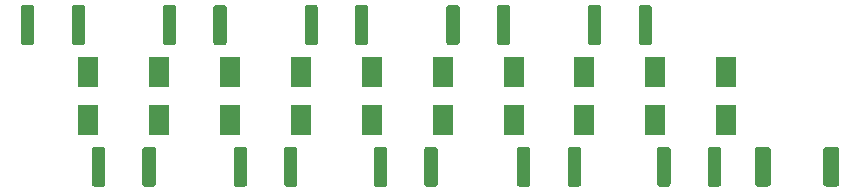
<source format=gbp>
G04 #@! TF.GenerationSoftware,KiCad,Pcbnew,5.0.1*
G04 #@! TF.CreationDate,2019-01-23T19:28:01+01:00*
G04 #@! TF.ProjectId,Statikplatte,53746174696B706C617474652E6B6963,rev?*
G04 #@! TF.SameCoordinates,Original*
G04 #@! TF.FileFunction,Paste,Bot*
G04 #@! TF.FilePolarity,Positive*
%FSLAX46Y46*%
G04 Gerber Fmt 4.6, Leading zero omitted, Abs format (unit mm)*
G04 Created by KiCad (PCBNEW 5.0.1) date Mi 23 Jan 2019 19:28:01 CET*
%MOMM*%
%LPD*%
G01*
G04 APERTURE LIST*
%ADD10C,0.100000*%
%ADD11C,1.125000*%
%ADD12R,1.700000X2.500000*%
%ADD13C,1.350000*%
G04 APERTURE END LIST*
D10*
G04 #@! TO.C,C2*
G36*
X124199505Y-104301204D02*
X124223773Y-104304804D01*
X124247572Y-104310765D01*
X124270671Y-104319030D01*
X124292850Y-104329520D01*
X124313893Y-104342132D01*
X124333599Y-104356747D01*
X124351777Y-104373223D01*
X124368253Y-104391401D01*
X124382868Y-104411107D01*
X124395480Y-104432150D01*
X124405970Y-104454329D01*
X124414235Y-104477428D01*
X124420196Y-104501227D01*
X124423796Y-104525495D01*
X124425000Y-104549999D01*
X124425000Y-107450001D01*
X124423796Y-107474505D01*
X124420196Y-107498773D01*
X124414235Y-107522572D01*
X124405970Y-107545671D01*
X124395480Y-107567850D01*
X124382868Y-107588893D01*
X124368253Y-107608599D01*
X124351777Y-107626777D01*
X124333599Y-107643253D01*
X124313893Y-107657868D01*
X124292850Y-107670480D01*
X124270671Y-107680970D01*
X124247572Y-107689235D01*
X124223773Y-107695196D01*
X124199505Y-107698796D01*
X124175001Y-107700000D01*
X123549999Y-107700000D01*
X123525495Y-107698796D01*
X123501227Y-107695196D01*
X123477428Y-107689235D01*
X123454329Y-107680970D01*
X123432150Y-107670480D01*
X123411107Y-107657868D01*
X123391401Y-107643253D01*
X123373223Y-107626777D01*
X123356747Y-107608599D01*
X123342132Y-107588893D01*
X123329520Y-107567850D01*
X123319030Y-107545671D01*
X123310765Y-107522572D01*
X123304804Y-107498773D01*
X123301204Y-107474505D01*
X123300000Y-107450001D01*
X123300000Y-104549999D01*
X123301204Y-104525495D01*
X123304804Y-104501227D01*
X123310765Y-104477428D01*
X123319030Y-104454329D01*
X123329520Y-104432150D01*
X123342132Y-104411107D01*
X123356747Y-104391401D01*
X123373223Y-104373223D01*
X123391401Y-104356747D01*
X123411107Y-104342132D01*
X123432150Y-104329520D01*
X123454329Y-104319030D01*
X123477428Y-104310765D01*
X123501227Y-104304804D01*
X123525495Y-104301204D01*
X123549999Y-104300000D01*
X124175001Y-104300000D01*
X124199505Y-104301204D01*
X124199505Y-104301204D01*
G37*
D11*
X123862500Y-106000000D03*
D10*
G36*
X128474505Y-104301204D02*
X128498773Y-104304804D01*
X128522572Y-104310765D01*
X128545671Y-104319030D01*
X128567850Y-104329520D01*
X128588893Y-104342132D01*
X128608599Y-104356747D01*
X128626777Y-104373223D01*
X128643253Y-104391401D01*
X128657868Y-104411107D01*
X128670480Y-104432150D01*
X128680970Y-104454329D01*
X128689235Y-104477428D01*
X128695196Y-104501227D01*
X128698796Y-104525495D01*
X128700000Y-104549999D01*
X128700000Y-107450001D01*
X128698796Y-107474505D01*
X128695196Y-107498773D01*
X128689235Y-107522572D01*
X128680970Y-107545671D01*
X128670480Y-107567850D01*
X128657868Y-107588893D01*
X128643253Y-107608599D01*
X128626777Y-107626777D01*
X128608599Y-107643253D01*
X128588893Y-107657868D01*
X128567850Y-107670480D01*
X128545671Y-107680970D01*
X128522572Y-107689235D01*
X128498773Y-107695196D01*
X128474505Y-107698796D01*
X128450001Y-107700000D01*
X127824999Y-107700000D01*
X127800495Y-107698796D01*
X127776227Y-107695196D01*
X127752428Y-107689235D01*
X127729329Y-107680970D01*
X127707150Y-107670480D01*
X127686107Y-107657868D01*
X127666401Y-107643253D01*
X127648223Y-107626777D01*
X127631747Y-107608599D01*
X127617132Y-107588893D01*
X127604520Y-107567850D01*
X127594030Y-107545671D01*
X127585765Y-107522572D01*
X127579804Y-107498773D01*
X127576204Y-107474505D01*
X127575000Y-107450001D01*
X127575000Y-104549999D01*
X127576204Y-104525495D01*
X127579804Y-104501227D01*
X127585765Y-104477428D01*
X127594030Y-104454329D01*
X127604520Y-104432150D01*
X127617132Y-104411107D01*
X127631747Y-104391401D01*
X127648223Y-104373223D01*
X127666401Y-104356747D01*
X127686107Y-104342132D01*
X127707150Y-104329520D01*
X127729329Y-104319030D01*
X127752428Y-104310765D01*
X127776227Y-104304804D01*
X127800495Y-104301204D01*
X127824999Y-104300000D01*
X128450001Y-104300000D01*
X128474505Y-104301204D01*
X128474505Y-104301204D01*
G37*
D11*
X128137500Y-106000000D03*
G04 #@! TD*
D10*
G04 #@! TO.C,C3*
G36*
X130199505Y-92301204D02*
X130223773Y-92304804D01*
X130247572Y-92310765D01*
X130270671Y-92319030D01*
X130292850Y-92329520D01*
X130313893Y-92342132D01*
X130333599Y-92356747D01*
X130351777Y-92373223D01*
X130368253Y-92391401D01*
X130382868Y-92411107D01*
X130395480Y-92432150D01*
X130405970Y-92454329D01*
X130414235Y-92477428D01*
X130420196Y-92501227D01*
X130423796Y-92525495D01*
X130425000Y-92549999D01*
X130425000Y-95450001D01*
X130423796Y-95474505D01*
X130420196Y-95498773D01*
X130414235Y-95522572D01*
X130405970Y-95545671D01*
X130395480Y-95567850D01*
X130382868Y-95588893D01*
X130368253Y-95608599D01*
X130351777Y-95626777D01*
X130333599Y-95643253D01*
X130313893Y-95657868D01*
X130292850Y-95670480D01*
X130270671Y-95680970D01*
X130247572Y-95689235D01*
X130223773Y-95695196D01*
X130199505Y-95698796D01*
X130175001Y-95700000D01*
X129549999Y-95700000D01*
X129525495Y-95698796D01*
X129501227Y-95695196D01*
X129477428Y-95689235D01*
X129454329Y-95680970D01*
X129432150Y-95670480D01*
X129411107Y-95657868D01*
X129391401Y-95643253D01*
X129373223Y-95626777D01*
X129356747Y-95608599D01*
X129342132Y-95588893D01*
X129329520Y-95567850D01*
X129319030Y-95545671D01*
X129310765Y-95522572D01*
X129304804Y-95498773D01*
X129301204Y-95474505D01*
X129300000Y-95450001D01*
X129300000Y-92549999D01*
X129301204Y-92525495D01*
X129304804Y-92501227D01*
X129310765Y-92477428D01*
X129319030Y-92454329D01*
X129329520Y-92432150D01*
X129342132Y-92411107D01*
X129356747Y-92391401D01*
X129373223Y-92373223D01*
X129391401Y-92356747D01*
X129411107Y-92342132D01*
X129432150Y-92329520D01*
X129454329Y-92319030D01*
X129477428Y-92310765D01*
X129501227Y-92304804D01*
X129525495Y-92301204D01*
X129549999Y-92300000D01*
X130175001Y-92300000D01*
X130199505Y-92301204D01*
X130199505Y-92301204D01*
G37*
D11*
X129862500Y-94000000D03*
D10*
G36*
X134474505Y-92301204D02*
X134498773Y-92304804D01*
X134522572Y-92310765D01*
X134545671Y-92319030D01*
X134567850Y-92329520D01*
X134588893Y-92342132D01*
X134608599Y-92356747D01*
X134626777Y-92373223D01*
X134643253Y-92391401D01*
X134657868Y-92411107D01*
X134670480Y-92432150D01*
X134680970Y-92454329D01*
X134689235Y-92477428D01*
X134695196Y-92501227D01*
X134698796Y-92525495D01*
X134700000Y-92549999D01*
X134700000Y-95450001D01*
X134698796Y-95474505D01*
X134695196Y-95498773D01*
X134689235Y-95522572D01*
X134680970Y-95545671D01*
X134670480Y-95567850D01*
X134657868Y-95588893D01*
X134643253Y-95608599D01*
X134626777Y-95626777D01*
X134608599Y-95643253D01*
X134588893Y-95657868D01*
X134567850Y-95670480D01*
X134545671Y-95680970D01*
X134522572Y-95689235D01*
X134498773Y-95695196D01*
X134474505Y-95698796D01*
X134450001Y-95700000D01*
X133824999Y-95700000D01*
X133800495Y-95698796D01*
X133776227Y-95695196D01*
X133752428Y-95689235D01*
X133729329Y-95680970D01*
X133707150Y-95670480D01*
X133686107Y-95657868D01*
X133666401Y-95643253D01*
X133648223Y-95626777D01*
X133631747Y-95608599D01*
X133617132Y-95588893D01*
X133604520Y-95567850D01*
X133594030Y-95545671D01*
X133585765Y-95522572D01*
X133579804Y-95498773D01*
X133576204Y-95474505D01*
X133575000Y-95450001D01*
X133575000Y-92549999D01*
X133576204Y-92525495D01*
X133579804Y-92501227D01*
X133585765Y-92477428D01*
X133594030Y-92454329D01*
X133604520Y-92432150D01*
X133617132Y-92411107D01*
X133631747Y-92391401D01*
X133648223Y-92373223D01*
X133666401Y-92356747D01*
X133686107Y-92342132D01*
X133707150Y-92329520D01*
X133729329Y-92319030D01*
X133752428Y-92310765D01*
X133776227Y-92304804D01*
X133800495Y-92301204D01*
X133824999Y-92300000D01*
X134450001Y-92300000D01*
X134474505Y-92301204D01*
X134474505Y-92301204D01*
G37*
D11*
X134137500Y-94000000D03*
G04 #@! TD*
D10*
G04 #@! TO.C,C4*
G36*
X136199505Y-104301204D02*
X136223773Y-104304804D01*
X136247572Y-104310765D01*
X136270671Y-104319030D01*
X136292850Y-104329520D01*
X136313893Y-104342132D01*
X136333599Y-104356747D01*
X136351777Y-104373223D01*
X136368253Y-104391401D01*
X136382868Y-104411107D01*
X136395480Y-104432150D01*
X136405970Y-104454329D01*
X136414235Y-104477428D01*
X136420196Y-104501227D01*
X136423796Y-104525495D01*
X136425000Y-104549999D01*
X136425000Y-107450001D01*
X136423796Y-107474505D01*
X136420196Y-107498773D01*
X136414235Y-107522572D01*
X136405970Y-107545671D01*
X136395480Y-107567850D01*
X136382868Y-107588893D01*
X136368253Y-107608599D01*
X136351777Y-107626777D01*
X136333599Y-107643253D01*
X136313893Y-107657868D01*
X136292850Y-107670480D01*
X136270671Y-107680970D01*
X136247572Y-107689235D01*
X136223773Y-107695196D01*
X136199505Y-107698796D01*
X136175001Y-107700000D01*
X135549999Y-107700000D01*
X135525495Y-107698796D01*
X135501227Y-107695196D01*
X135477428Y-107689235D01*
X135454329Y-107680970D01*
X135432150Y-107670480D01*
X135411107Y-107657868D01*
X135391401Y-107643253D01*
X135373223Y-107626777D01*
X135356747Y-107608599D01*
X135342132Y-107588893D01*
X135329520Y-107567850D01*
X135319030Y-107545671D01*
X135310765Y-107522572D01*
X135304804Y-107498773D01*
X135301204Y-107474505D01*
X135300000Y-107450001D01*
X135300000Y-104549999D01*
X135301204Y-104525495D01*
X135304804Y-104501227D01*
X135310765Y-104477428D01*
X135319030Y-104454329D01*
X135329520Y-104432150D01*
X135342132Y-104411107D01*
X135356747Y-104391401D01*
X135373223Y-104373223D01*
X135391401Y-104356747D01*
X135411107Y-104342132D01*
X135432150Y-104329520D01*
X135454329Y-104319030D01*
X135477428Y-104310765D01*
X135501227Y-104304804D01*
X135525495Y-104301204D01*
X135549999Y-104300000D01*
X136175001Y-104300000D01*
X136199505Y-104301204D01*
X136199505Y-104301204D01*
G37*
D11*
X135862500Y-106000000D03*
D10*
G36*
X140474505Y-104301204D02*
X140498773Y-104304804D01*
X140522572Y-104310765D01*
X140545671Y-104319030D01*
X140567850Y-104329520D01*
X140588893Y-104342132D01*
X140608599Y-104356747D01*
X140626777Y-104373223D01*
X140643253Y-104391401D01*
X140657868Y-104411107D01*
X140670480Y-104432150D01*
X140680970Y-104454329D01*
X140689235Y-104477428D01*
X140695196Y-104501227D01*
X140698796Y-104525495D01*
X140700000Y-104549999D01*
X140700000Y-107450001D01*
X140698796Y-107474505D01*
X140695196Y-107498773D01*
X140689235Y-107522572D01*
X140680970Y-107545671D01*
X140670480Y-107567850D01*
X140657868Y-107588893D01*
X140643253Y-107608599D01*
X140626777Y-107626777D01*
X140608599Y-107643253D01*
X140588893Y-107657868D01*
X140567850Y-107670480D01*
X140545671Y-107680970D01*
X140522572Y-107689235D01*
X140498773Y-107695196D01*
X140474505Y-107698796D01*
X140450001Y-107700000D01*
X139824999Y-107700000D01*
X139800495Y-107698796D01*
X139776227Y-107695196D01*
X139752428Y-107689235D01*
X139729329Y-107680970D01*
X139707150Y-107670480D01*
X139686107Y-107657868D01*
X139666401Y-107643253D01*
X139648223Y-107626777D01*
X139631747Y-107608599D01*
X139617132Y-107588893D01*
X139604520Y-107567850D01*
X139594030Y-107545671D01*
X139585765Y-107522572D01*
X139579804Y-107498773D01*
X139576204Y-107474505D01*
X139575000Y-107450001D01*
X139575000Y-104549999D01*
X139576204Y-104525495D01*
X139579804Y-104501227D01*
X139585765Y-104477428D01*
X139594030Y-104454329D01*
X139604520Y-104432150D01*
X139617132Y-104411107D01*
X139631747Y-104391401D01*
X139648223Y-104373223D01*
X139666401Y-104356747D01*
X139686107Y-104342132D01*
X139707150Y-104329520D01*
X139729329Y-104319030D01*
X139752428Y-104310765D01*
X139776227Y-104304804D01*
X139800495Y-104301204D01*
X139824999Y-104300000D01*
X140450001Y-104300000D01*
X140474505Y-104301204D01*
X140474505Y-104301204D01*
G37*
D11*
X140137500Y-106000000D03*
G04 #@! TD*
D10*
G04 #@! TO.C,C5*
G36*
X142199505Y-92301204D02*
X142223773Y-92304804D01*
X142247572Y-92310765D01*
X142270671Y-92319030D01*
X142292850Y-92329520D01*
X142313893Y-92342132D01*
X142333599Y-92356747D01*
X142351777Y-92373223D01*
X142368253Y-92391401D01*
X142382868Y-92411107D01*
X142395480Y-92432150D01*
X142405970Y-92454329D01*
X142414235Y-92477428D01*
X142420196Y-92501227D01*
X142423796Y-92525495D01*
X142425000Y-92549999D01*
X142425000Y-95450001D01*
X142423796Y-95474505D01*
X142420196Y-95498773D01*
X142414235Y-95522572D01*
X142405970Y-95545671D01*
X142395480Y-95567850D01*
X142382868Y-95588893D01*
X142368253Y-95608599D01*
X142351777Y-95626777D01*
X142333599Y-95643253D01*
X142313893Y-95657868D01*
X142292850Y-95670480D01*
X142270671Y-95680970D01*
X142247572Y-95689235D01*
X142223773Y-95695196D01*
X142199505Y-95698796D01*
X142175001Y-95700000D01*
X141549999Y-95700000D01*
X141525495Y-95698796D01*
X141501227Y-95695196D01*
X141477428Y-95689235D01*
X141454329Y-95680970D01*
X141432150Y-95670480D01*
X141411107Y-95657868D01*
X141391401Y-95643253D01*
X141373223Y-95626777D01*
X141356747Y-95608599D01*
X141342132Y-95588893D01*
X141329520Y-95567850D01*
X141319030Y-95545671D01*
X141310765Y-95522572D01*
X141304804Y-95498773D01*
X141301204Y-95474505D01*
X141300000Y-95450001D01*
X141300000Y-92549999D01*
X141301204Y-92525495D01*
X141304804Y-92501227D01*
X141310765Y-92477428D01*
X141319030Y-92454329D01*
X141329520Y-92432150D01*
X141342132Y-92411107D01*
X141356747Y-92391401D01*
X141373223Y-92373223D01*
X141391401Y-92356747D01*
X141411107Y-92342132D01*
X141432150Y-92329520D01*
X141454329Y-92319030D01*
X141477428Y-92310765D01*
X141501227Y-92304804D01*
X141525495Y-92301204D01*
X141549999Y-92300000D01*
X142175001Y-92300000D01*
X142199505Y-92301204D01*
X142199505Y-92301204D01*
G37*
D11*
X141862500Y-94000000D03*
D10*
G36*
X146474505Y-92301204D02*
X146498773Y-92304804D01*
X146522572Y-92310765D01*
X146545671Y-92319030D01*
X146567850Y-92329520D01*
X146588893Y-92342132D01*
X146608599Y-92356747D01*
X146626777Y-92373223D01*
X146643253Y-92391401D01*
X146657868Y-92411107D01*
X146670480Y-92432150D01*
X146680970Y-92454329D01*
X146689235Y-92477428D01*
X146695196Y-92501227D01*
X146698796Y-92525495D01*
X146700000Y-92549999D01*
X146700000Y-95450001D01*
X146698796Y-95474505D01*
X146695196Y-95498773D01*
X146689235Y-95522572D01*
X146680970Y-95545671D01*
X146670480Y-95567850D01*
X146657868Y-95588893D01*
X146643253Y-95608599D01*
X146626777Y-95626777D01*
X146608599Y-95643253D01*
X146588893Y-95657868D01*
X146567850Y-95670480D01*
X146545671Y-95680970D01*
X146522572Y-95689235D01*
X146498773Y-95695196D01*
X146474505Y-95698796D01*
X146450001Y-95700000D01*
X145824999Y-95700000D01*
X145800495Y-95698796D01*
X145776227Y-95695196D01*
X145752428Y-95689235D01*
X145729329Y-95680970D01*
X145707150Y-95670480D01*
X145686107Y-95657868D01*
X145666401Y-95643253D01*
X145648223Y-95626777D01*
X145631747Y-95608599D01*
X145617132Y-95588893D01*
X145604520Y-95567850D01*
X145594030Y-95545671D01*
X145585765Y-95522572D01*
X145579804Y-95498773D01*
X145576204Y-95474505D01*
X145575000Y-95450001D01*
X145575000Y-92549999D01*
X145576204Y-92525495D01*
X145579804Y-92501227D01*
X145585765Y-92477428D01*
X145594030Y-92454329D01*
X145604520Y-92432150D01*
X145617132Y-92411107D01*
X145631747Y-92391401D01*
X145648223Y-92373223D01*
X145666401Y-92356747D01*
X145686107Y-92342132D01*
X145707150Y-92329520D01*
X145729329Y-92319030D01*
X145752428Y-92310765D01*
X145776227Y-92304804D01*
X145800495Y-92301204D01*
X145824999Y-92300000D01*
X146450001Y-92300000D01*
X146474505Y-92301204D01*
X146474505Y-92301204D01*
G37*
D11*
X146137500Y-94000000D03*
G04 #@! TD*
D10*
G04 #@! TO.C,C6*
G36*
X148062005Y-104301204D02*
X148086273Y-104304804D01*
X148110072Y-104310765D01*
X148133171Y-104319030D01*
X148155350Y-104329520D01*
X148176393Y-104342132D01*
X148196099Y-104356747D01*
X148214277Y-104373223D01*
X148230753Y-104391401D01*
X148245368Y-104411107D01*
X148257980Y-104432150D01*
X148268470Y-104454329D01*
X148276735Y-104477428D01*
X148282696Y-104501227D01*
X148286296Y-104525495D01*
X148287500Y-104549999D01*
X148287500Y-107450001D01*
X148286296Y-107474505D01*
X148282696Y-107498773D01*
X148276735Y-107522572D01*
X148268470Y-107545671D01*
X148257980Y-107567850D01*
X148245368Y-107588893D01*
X148230753Y-107608599D01*
X148214277Y-107626777D01*
X148196099Y-107643253D01*
X148176393Y-107657868D01*
X148155350Y-107670480D01*
X148133171Y-107680970D01*
X148110072Y-107689235D01*
X148086273Y-107695196D01*
X148062005Y-107698796D01*
X148037501Y-107700000D01*
X147412499Y-107700000D01*
X147387995Y-107698796D01*
X147363727Y-107695196D01*
X147339928Y-107689235D01*
X147316829Y-107680970D01*
X147294650Y-107670480D01*
X147273607Y-107657868D01*
X147253901Y-107643253D01*
X147235723Y-107626777D01*
X147219247Y-107608599D01*
X147204632Y-107588893D01*
X147192020Y-107567850D01*
X147181530Y-107545671D01*
X147173265Y-107522572D01*
X147167304Y-107498773D01*
X147163704Y-107474505D01*
X147162500Y-107450001D01*
X147162500Y-104549999D01*
X147163704Y-104525495D01*
X147167304Y-104501227D01*
X147173265Y-104477428D01*
X147181530Y-104454329D01*
X147192020Y-104432150D01*
X147204632Y-104411107D01*
X147219247Y-104391401D01*
X147235723Y-104373223D01*
X147253901Y-104356747D01*
X147273607Y-104342132D01*
X147294650Y-104329520D01*
X147316829Y-104319030D01*
X147339928Y-104310765D01*
X147363727Y-104304804D01*
X147387995Y-104301204D01*
X147412499Y-104300000D01*
X148037501Y-104300000D01*
X148062005Y-104301204D01*
X148062005Y-104301204D01*
G37*
D11*
X147725000Y-106000000D03*
D10*
G36*
X152337005Y-104301204D02*
X152361273Y-104304804D01*
X152385072Y-104310765D01*
X152408171Y-104319030D01*
X152430350Y-104329520D01*
X152451393Y-104342132D01*
X152471099Y-104356747D01*
X152489277Y-104373223D01*
X152505753Y-104391401D01*
X152520368Y-104411107D01*
X152532980Y-104432150D01*
X152543470Y-104454329D01*
X152551735Y-104477428D01*
X152557696Y-104501227D01*
X152561296Y-104525495D01*
X152562500Y-104549999D01*
X152562500Y-107450001D01*
X152561296Y-107474505D01*
X152557696Y-107498773D01*
X152551735Y-107522572D01*
X152543470Y-107545671D01*
X152532980Y-107567850D01*
X152520368Y-107588893D01*
X152505753Y-107608599D01*
X152489277Y-107626777D01*
X152471099Y-107643253D01*
X152451393Y-107657868D01*
X152430350Y-107670480D01*
X152408171Y-107680970D01*
X152385072Y-107689235D01*
X152361273Y-107695196D01*
X152337005Y-107698796D01*
X152312501Y-107700000D01*
X151687499Y-107700000D01*
X151662995Y-107698796D01*
X151638727Y-107695196D01*
X151614928Y-107689235D01*
X151591829Y-107680970D01*
X151569650Y-107670480D01*
X151548607Y-107657868D01*
X151528901Y-107643253D01*
X151510723Y-107626777D01*
X151494247Y-107608599D01*
X151479632Y-107588893D01*
X151467020Y-107567850D01*
X151456530Y-107545671D01*
X151448265Y-107522572D01*
X151442304Y-107498773D01*
X151438704Y-107474505D01*
X151437500Y-107450001D01*
X151437500Y-104549999D01*
X151438704Y-104525495D01*
X151442304Y-104501227D01*
X151448265Y-104477428D01*
X151456530Y-104454329D01*
X151467020Y-104432150D01*
X151479632Y-104411107D01*
X151494247Y-104391401D01*
X151510723Y-104373223D01*
X151528901Y-104356747D01*
X151548607Y-104342132D01*
X151569650Y-104329520D01*
X151591829Y-104319030D01*
X151614928Y-104310765D01*
X151638727Y-104304804D01*
X151662995Y-104301204D01*
X151687499Y-104300000D01*
X152312501Y-104300000D01*
X152337005Y-104301204D01*
X152337005Y-104301204D01*
G37*
D11*
X152000000Y-106000000D03*
G04 #@! TD*
D10*
G04 #@! TO.C,C7*
G36*
X154199505Y-92301204D02*
X154223773Y-92304804D01*
X154247572Y-92310765D01*
X154270671Y-92319030D01*
X154292850Y-92329520D01*
X154313893Y-92342132D01*
X154333599Y-92356747D01*
X154351777Y-92373223D01*
X154368253Y-92391401D01*
X154382868Y-92411107D01*
X154395480Y-92432150D01*
X154405970Y-92454329D01*
X154414235Y-92477428D01*
X154420196Y-92501227D01*
X154423796Y-92525495D01*
X154425000Y-92549999D01*
X154425000Y-95450001D01*
X154423796Y-95474505D01*
X154420196Y-95498773D01*
X154414235Y-95522572D01*
X154405970Y-95545671D01*
X154395480Y-95567850D01*
X154382868Y-95588893D01*
X154368253Y-95608599D01*
X154351777Y-95626777D01*
X154333599Y-95643253D01*
X154313893Y-95657868D01*
X154292850Y-95670480D01*
X154270671Y-95680970D01*
X154247572Y-95689235D01*
X154223773Y-95695196D01*
X154199505Y-95698796D01*
X154175001Y-95700000D01*
X153549999Y-95700000D01*
X153525495Y-95698796D01*
X153501227Y-95695196D01*
X153477428Y-95689235D01*
X153454329Y-95680970D01*
X153432150Y-95670480D01*
X153411107Y-95657868D01*
X153391401Y-95643253D01*
X153373223Y-95626777D01*
X153356747Y-95608599D01*
X153342132Y-95588893D01*
X153329520Y-95567850D01*
X153319030Y-95545671D01*
X153310765Y-95522572D01*
X153304804Y-95498773D01*
X153301204Y-95474505D01*
X153300000Y-95450001D01*
X153300000Y-92549999D01*
X153301204Y-92525495D01*
X153304804Y-92501227D01*
X153310765Y-92477428D01*
X153319030Y-92454329D01*
X153329520Y-92432150D01*
X153342132Y-92411107D01*
X153356747Y-92391401D01*
X153373223Y-92373223D01*
X153391401Y-92356747D01*
X153411107Y-92342132D01*
X153432150Y-92329520D01*
X153454329Y-92319030D01*
X153477428Y-92310765D01*
X153501227Y-92304804D01*
X153525495Y-92301204D01*
X153549999Y-92300000D01*
X154175001Y-92300000D01*
X154199505Y-92301204D01*
X154199505Y-92301204D01*
G37*
D11*
X153862500Y-94000000D03*
D10*
G36*
X158474505Y-92301204D02*
X158498773Y-92304804D01*
X158522572Y-92310765D01*
X158545671Y-92319030D01*
X158567850Y-92329520D01*
X158588893Y-92342132D01*
X158608599Y-92356747D01*
X158626777Y-92373223D01*
X158643253Y-92391401D01*
X158657868Y-92411107D01*
X158670480Y-92432150D01*
X158680970Y-92454329D01*
X158689235Y-92477428D01*
X158695196Y-92501227D01*
X158698796Y-92525495D01*
X158700000Y-92549999D01*
X158700000Y-95450001D01*
X158698796Y-95474505D01*
X158695196Y-95498773D01*
X158689235Y-95522572D01*
X158680970Y-95545671D01*
X158670480Y-95567850D01*
X158657868Y-95588893D01*
X158643253Y-95608599D01*
X158626777Y-95626777D01*
X158608599Y-95643253D01*
X158588893Y-95657868D01*
X158567850Y-95670480D01*
X158545671Y-95680970D01*
X158522572Y-95689235D01*
X158498773Y-95695196D01*
X158474505Y-95698796D01*
X158450001Y-95700000D01*
X157824999Y-95700000D01*
X157800495Y-95698796D01*
X157776227Y-95695196D01*
X157752428Y-95689235D01*
X157729329Y-95680970D01*
X157707150Y-95670480D01*
X157686107Y-95657868D01*
X157666401Y-95643253D01*
X157648223Y-95626777D01*
X157631747Y-95608599D01*
X157617132Y-95588893D01*
X157604520Y-95567850D01*
X157594030Y-95545671D01*
X157585765Y-95522572D01*
X157579804Y-95498773D01*
X157576204Y-95474505D01*
X157575000Y-95450001D01*
X157575000Y-92549999D01*
X157576204Y-92525495D01*
X157579804Y-92501227D01*
X157585765Y-92477428D01*
X157594030Y-92454329D01*
X157604520Y-92432150D01*
X157617132Y-92411107D01*
X157631747Y-92391401D01*
X157648223Y-92373223D01*
X157666401Y-92356747D01*
X157686107Y-92342132D01*
X157707150Y-92329520D01*
X157729329Y-92319030D01*
X157752428Y-92310765D01*
X157776227Y-92304804D01*
X157800495Y-92301204D01*
X157824999Y-92300000D01*
X158450001Y-92300000D01*
X158474505Y-92301204D01*
X158474505Y-92301204D01*
G37*
D11*
X158137500Y-94000000D03*
G04 #@! TD*
D10*
G04 #@! TO.C,C8*
G36*
X160199505Y-104301204D02*
X160223773Y-104304804D01*
X160247572Y-104310765D01*
X160270671Y-104319030D01*
X160292850Y-104329520D01*
X160313893Y-104342132D01*
X160333599Y-104356747D01*
X160351777Y-104373223D01*
X160368253Y-104391401D01*
X160382868Y-104411107D01*
X160395480Y-104432150D01*
X160405970Y-104454329D01*
X160414235Y-104477428D01*
X160420196Y-104501227D01*
X160423796Y-104525495D01*
X160425000Y-104549999D01*
X160425000Y-107450001D01*
X160423796Y-107474505D01*
X160420196Y-107498773D01*
X160414235Y-107522572D01*
X160405970Y-107545671D01*
X160395480Y-107567850D01*
X160382868Y-107588893D01*
X160368253Y-107608599D01*
X160351777Y-107626777D01*
X160333599Y-107643253D01*
X160313893Y-107657868D01*
X160292850Y-107670480D01*
X160270671Y-107680970D01*
X160247572Y-107689235D01*
X160223773Y-107695196D01*
X160199505Y-107698796D01*
X160175001Y-107700000D01*
X159549999Y-107700000D01*
X159525495Y-107698796D01*
X159501227Y-107695196D01*
X159477428Y-107689235D01*
X159454329Y-107680970D01*
X159432150Y-107670480D01*
X159411107Y-107657868D01*
X159391401Y-107643253D01*
X159373223Y-107626777D01*
X159356747Y-107608599D01*
X159342132Y-107588893D01*
X159329520Y-107567850D01*
X159319030Y-107545671D01*
X159310765Y-107522572D01*
X159304804Y-107498773D01*
X159301204Y-107474505D01*
X159300000Y-107450001D01*
X159300000Y-104549999D01*
X159301204Y-104525495D01*
X159304804Y-104501227D01*
X159310765Y-104477428D01*
X159319030Y-104454329D01*
X159329520Y-104432150D01*
X159342132Y-104411107D01*
X159356747Y-104391401D01*
X159373223Y-104373223D01*
X159391401Y-104356747D01*
X159411107Y-104342132D01*
X159432150Y-104329520D01*
X159454329Y-104319030D01*
X159477428Y-104310765D01*
X159501227Y-104304804D01*
X159525495Y-104301204D01*
X159549999Y-104300000D01*
X160175001Y-104300000D01*
X160199505Y-104301204D01*
X160199505Y-104301204D01*
G37*
D11*
X159862500Y-106000000D03*
D10*
G36*
X164474505Y-104301204D02*
X164498773Y-104304804D01*
X164522572Y-104310765D01*
X164545671Y-104319030D01*
X164567850Y-104329520D01*
X164588893Y-104342132D01*
X164608599Y-104356747D01*
X164626777Y-104373223D01*
X164643253Y-104391401D01*
X164657868Y-104411107D01*
X164670480Y-104432150D01*
X164680970Y-104454329D01*
X164689235Y-104477428D01*
X164695196Y-104501227D01*
X164698796Y-104525495D01*
X164700000Y-104549999D01*
X164700000Y-107450001D01*
X164698796Y-107474505D01*
X164695196Y-107498773D01*
X164689235Y-107522572D01*
X164680970Y-107545671D01*
X164670480Y-107567850D01*
X164657868Y-107588893D01*
X164643253Y-107608599D01*
X164626777Y-107626777D01*
X164608599Y-107643253D01*
X164588893Y-107657868D01*
X164567850Y-107670480D01*
X164545671Y-107680970D01*
X164522572Y-107689235D01*
X164498773Y-107695196D01*
X164474505Y-107698796D01*
X164450001Y-107700000D01*
X163824999Y-107700000D01*
X163800495Y-107698796D01*
X163776227Y-107695196D01*
X163752428Y-107689235D01*
X163729329Y-107680970D01*
X163707150Y-107670480D01*
X163686107Y-107657868D01*
X163666401Y-107643253D01*
X163648223Y-107626777D01*
X163631747Y-107608599D01*
X163617132Y-107588893D01*
X163604520Y-107567850D01*
X163594030Y-107545671D01*
X163585765Y-107522572D01*
X163579804Y-107498773D01*
X163576204Y-107474505D01*
X163575000Y-107450001D01*
X163575000Y-104549999D01*
X163576204Y-104525495D01*
X163579804Y-104501227D01*
X163585765Y-104477428D01*
X163594030Y-104454329D01*
X163604520Y-104432150D01*
X163617132Y-104411107D01*
X163631747Y-104391401D01*
X163648223Y-104373223D01*
X163666401Y-104356747D01*
X163686107Y-104342132D01*
X163707150Y-104329520D01*
X163729329Y-104319030D01*
X163752428Y-104310765D01*
X163776227Y-104304804D01*
X163800495Y-104301204D01*
X163824999Y-104300000D01*
X164450001Y-104300000D01*
X164474505Y-104301204D01*
X164474505Y-104301204D01*
G37*
D11*
X164137500Y-106000000D03*
G04 #@! TD*
D10*
G04 #@! TO.C,C9*
G36*
X166199505Y-92301204D02*
X166223773Y-92304804D01*
X166247572Y-92310765D01*
X166270671Y-92319030D01*
X166292850Y-92329520D01*
X166313893Y-92342132D01*
X166333599Y-92356747D01*
X166351777Y-92373223D01*
X166368253Y-92391401D01*
X166382868Y-92411107D01*
X166395480Y-92432150D01*
X166405970Y-92454329D01*
X166414235Y-92477428D01*
X166420196Y-92501227D01*
X166423796Y-92525495D01*
X166425000Y-92549999D01*
X166425000Y-95450001D01*
X166423796Y-95474505D01*
X166420196Y-95498773D01*
X166414235Y-95522572D01*
X166405970Y-95545671D01*
X166395480Y-95567850D01*
X166382868Y-95588893D01*
X166368253Y-95608599D01*
X166351777Y-95626777D01*
X166333599Y-95643253D01*
X166313893Y-95657868D01*
X166292850Y-95670480D01*
X166270671Y-95680970D01*
X166247572Y-95689235D01*
X166223773Y-95695196D01*
X166199505Y-95698796D01*
X166175001Y-95700000D01*
X165549999Y-95700000D01*
X165525495Y-95698796D01*
X165501227Y-95695196D01*
X165477428Y-95689235D01*
X165454329Y-95680970D01*
X165432150Y-95670480D01*
X165411107Y-95657868D01*
X165391401Y-95643253D01*
X165373223Y-95626777D01*
X165356747Y-95608599D01*
X165342132Y-95588893D01*
X165329520Y-95567850D01*
X165319030Y-95545671D01*
X165310765Y-95522572D01*
X165304804Y-95498773D01*
X165301204Y-95474505D01*
X165300000Y-95450001D01*
X165300000Y-92549999D01*
X165301204Y-92525495D01*
X165304804Y-92501227D01*
X165310765Y-92477428D01*
X165319030Y-92454329D01*
X165329520Y-92432150D01*
X165342132Y-92411107D01*
X165356747Y-92391401D01*
X165373223Y-92373223D01*
X165391401Y-92356747D01*
X165411107Y-92342132D01*
X165432150Y-92329520D01*
X165454329Y-92319030D01*
X165477428Y-92310765D01*
X165501227Y-92304804D01*
X165525495Y-92301204D01*
X165549999Y-92300000D01*
X166175001Y-92300000D01*
X166199505Y-92301204D01*
X166199505Y-92301204D01*
G37*
D11*
X165862500Y-94000000D03*
D10*
G36*
X170474505Y-92301204D02*
X170498773Y-92304804D01*
X170522572Y-92310765D01*
X170545671Y-92319030D01*
X170567850Y-92329520D01*
X170588893Y-92342132D01*
X170608599Y-92356747D01*
X170626777Y-92373223D01*
X170643253Y-92391401D01*
X170657868Y-92411107D01*
X170670480Y-92432150D01*
X170680970Y-92454329D01*
X170689235Y-92477428D01*
X170695196Y-92501227D01*
X170698796Y-92525495D01*
X170700000Y-92549999D01*
X170700000Y-95450001D01*
X170698796Y-95474505D01*
X170695196Y-95498773D01*
X170689235Y-95522572D01*
X170680970Y-95545671D01*
X170670480Y-95567850D01*
X170657868Y-95588893D01*
X170643253Y-95608599D01*
X170626777Y-95626777D01*
X170608599Y-95643253D01*
X170588893Y-95657868D01*
X170567850Y-95670480D01*
X170545671Y-95680970D01*
X170522572Y-95689235D01*
X170498773Y-95695196D01*
X170474505Y-95698796D01*
X170450001Y-95700000D01*
X169824999Y-95700000D01*
X169800495Y-95698796D01*
X169776227Y-95695196D01*
X169752428Y-95689235D01*
X169729329Y-95680970D01*
X169707150Y-95670480D01*
X169686107Y-95657868D01*
X169666401Y-95643253D01*
X169648223Y-95626777D01*
X169631747Y-95608599D01*
X169617132Y-95588893D01*
X169604520Y-95567850D01*
X169594030Y-95545671D01*
X169585765Y-95522572D01*
X169579804Y-95498773D01*
X169576204Y-95474505D01*
X169575000Y-95450001D01*
X169575000Y-92549999D01*
X169576204Y-92525495D01*
X169579804Y-92501227D01*
X169585765Y-92477428D01*
X169594030Y-92454329D01*
X169604520Y-92432150D01*
X169617132Y-92411107D01*
X169631747Y-92391401D01*
X169648223Y-92373223D01*
X169666401Y-92356747D01*
X169686107Y-92342132D01*
X169707150Y-92329520D01*
X169729329Y-92319030D01*
X169752428Y-92310765D01*
X169776227Y-92304804D01*
X169800495Y-92301204D01*
X169824999Y-92300000D01*
X170450001Y-92300000D01*
X170474505Y-92301204D01*
X170474505Y-92301204D01*
G37*
D11*
X170137500Y-94000000D03*
G04 #@! TD*
D10*
G04 #@! TO.C,C10*
G36*
X172062005Y-104301204D02*
X172086273Y-104304804D01*
X172110072Y-104310765D01*
X172133171Y-104319030D01*
X172155350Y-104329520D01*
X172176393Y-104342132D01*
X172196099Y-104356747D01*
X172214277Y-104373223D01*
X172230753Y-104391401D01*
X172245368Y-104411107D01*
X172257980Y-104432150D01*
X172268470Y-104454329D01*
X172276735Y-104477428D01*
X172282696Y-104501227D01*
X172286296Y-104525495D01*
X172287500Y-104549999D01*
X172287500Y-107450001D01*
X172286296Y-107474505D01*
X172282696Y-107498773D01*
X172276735Y-107522572D01*
X172268470Y-107545671D01*
X172257980Y-107567850D01*
X172245368Y-107588893D01*
X172230753Y-107608599D01*
X172214277Y-107626777D01*
X172196099Y-107643253D01*
X172176393Y-107657868D01*
X172155350Y-107670480D01*
X172133171Y-107680970D01*
X172110072Y-107689235D01*
X172086273Y-107695196D01*
X172062005Y-107698796D01*
X172037501Y-107700000D01*
X171412499Y-107700000D01*
X171387995Y-107698796D01*
X171363727Y-107695196D01*
X171339928Y-107689235D01*
X171316829Y-107680970D01*
X171294650Y-107670480D01*
X171273607Y-107657868D01*
X171253901Y-107643253D01*
X171235723Y-107626777D01*
X171219247Y-107608599D01*
X171204632Y-107588893D01*
X171192020Y-107567850D01*
X171181530Y-107545671D01*
X171173265Y-107522572D01*
X171167304Y-107498773D01*
X171163704Y-107474505D01*
X171162500Y-107450001D01*
X171162500Y-104549999D01*
X171163704Y-104525495D01*
X171167304Y-104501227D01*
X171173265Y-104477428D01*
X171181530Y-104454329D01*
X171192020Y-104432150D01*
X171204632Y-104411107D01*
X171219247Y-104391401D01*
X171235723Y-104373223D01*
X171253901Y-104356747D01*
X171273607Y-104342132D01*
X171294650Y-104329520D01*
X171316829Y-104319030D01*
X171339928Y-104310765D01*
X171363727Y-104304804D01*
X171387995Y-104301204D01*
X171412499Y-104300000D01*
X172037501Y-104300000D01*
X172062005Y-104301204D01*
X172062005Y-104301204D01*
G37*
D11*
X171725000Y-106000000D03*
D10*
G36*
X176337005Y-104301204D02*
X176361273Y-104304804D01*
X176385072Y-104310765D01*
X176408171Y-104319030D01*
X176430350Y-104329520D01*
X176451393Y-104342132D01*
X176471099Y-104356747D01*
X176489277Y-104373223D01*
X176505753Y-104391401D01*
X176520368Y-104411107D01*
X176532980Y-104432150D01*
X176543470Y-104454329D01*
X176551735Y-104477428D01*
X176557696Y-104501227D01*
X176561296Y-104525495D01*
X176562500Y-104549999D01*
X176562500Y-107450001D01*
X176561296Y-107474505D01*
X176557696Y-107498773D01*
X176551735Y-107522572D01*
X176543470Y-107545671D01*
X176532980Y-107567850D01*
X176520368Y-107588893D01*
X176505753Y-107608599D01*
X176489277Y-107626777D01*
X176471099Y-107643253D01*
X176451393Y-107657868D01*
X176430350Y-107670480D01*
X176408171Y-107680970D01*
X176385072Y-107689235D01*
X176361273Y-107695196D01*
X176337005Y-107698796D01*
X176312501Y-107700000D01*
X175687499Y-107700000D01*
X175662995Y-107698796D01*
X175638727Y-107695196D01*
X175614928Y-107689235D01*
X175591829Y-107680970D01*
X175569650Y-107670480D01*
X175548607Y-107657868D01*
X175528901Y-107643253D01*
X175510723Y-107626777D01*
X175494247Y-107608599D01*
X175479632Y-107588893D01*
X175467020Y-107567850D01*
X175456530Y-107545671D01*
X175448265Y-107522572D01*
X175442304Y-107498773D01*
X175438704Y-107474505D01*
X175437500Y-107450001D01*
X175437500Y-104549999D01*
X175438704Y-104525495D01*
X175442304Y-104501227D01*
X175448265Y-104477428D01*
X175456530Y-104454329D01*
X175467020Y-104432150D01*
X175479632Y-104411107D01*
X175494247Y-104391401D01*
X175510723Y-104373223D01*
X175528901Y-104356747D01*
X175548607Y-104342132D01*
X175569650Y-104329520D01*
X175591829Y-104319030D01*
X175614928Y-104310765D01*
X175638727Y-104304804D01*
X175662995Y-104301204D01*
X175687499Y-104300000D01*
X176312501Y-104300000D01*
X176337005Y-104301204D01*
X176337005Y-104301204D01*
G37*
D11*
X176000000Y-106000000D03*
G04 #@! TD*
D12*
G04 #@! TO.C,D10*
X177000000Y-98000000D03*
X177000000Y-102000000D03*
G04 #@! TD*
G04 #@! TO.C,D2*
X129000000Y-97999999D03*
X129000000Y-101999999D03*
G04 #@! TD*
G04 #@! TO.C,D3*
X135000000Y-102000000D03*
X135000000Y-98000000D03*
G04 #@! TD*
G04 #@! TO.C,D4*
X141000000Y-98000000D03*
X141000000Y-102000000D03*
G04 #@! TD*
G04 #@! TO.C,D5*
X147000000Y-102000000D03*
X147000000Y-98000000D03*
G04 #@! TD*
G04 #@! TO.C,D6*
X153000000Y-97999999D03*
X153000000Y-101999999D03*
G04 #@! TD*
G04 #@! TO.C,D7*
X159000000Y-102000001D03*
X159000000Y-98000001D03*
G04 #@! TD*
G04 #@! TO.C,D8*
X165000000Y-98000000D03*
X165000000Y-102000000D03*
G04 #@! TD*
G04 #@! TO.C,D9*
X171000000Y-102000000D03*
X171000000Y-98000000D03*
G04 #@! TD*
D10*
G04 #@! TO.C,C1*
G36*
X118199505Y-92301204D02*
X118223773Y-92304804D01*
X118247572Y-92310765D01*
X118270671Y-92319030D01*
X118292850Y-92329520D01*
X118313893Y-92342132D01*
X118333599Y-92356747D01*
X118351777Y-92373223D01*
X118368253Y-92391401D01*
X118382868Y-92411107D01*
X118395480Y-92432150D01*
X118405970Y-92454329D01*
X118414235Y-92477428D01*
X118420196Y-92501227D01*
X118423796Y-92525495D01*
X118425000Y-92549999D01*
X118425000Y-95450001D01*
X118423796Y-95474505D01*
X118420196Y-95498773D01*
X118414235Y-95522572D01*
X118405970Y-95545671D01*
X118395480Y-95567850D01*
X118382868Y-95588893D01*
X118368253Y-95608599D01*
X118351777Y-95626777D01*
X118333599Y-95643253D01*
X118313893Y-95657868D01*
X118292850Y-95670480D01*
X118270671Y-95680970D01*
X118247572Y-95689235D01*
X118223773Y-95695196D01*
X118199505Y-95698796D01*
X118175001Y-95700000D01*
X117549999Y-95700000D01*
X117525495Y-95698796D01*
X117501227Y-95695196D01*
X117477428Y-95689235D01*
X117454329Y-95680970D01*
X117432150Y-95670480D01*
X117411107Y-95657868D01*
X117391401Y-95643253D01*
X117373223Y-95626777D01*
X117356747Y-95608599D01*
X117342132Y-95588893D01*
X117329520Y-95567850D01*
X117319030Y-95545671D01*
X117310765Y-95522572D01*
X117304804Y-95498773D01*
X117301204Y-95474505D01*
X117300000Y-95450001D01*
X117300000Y-92549999D01*
X117301204Y-92525495D01*
X117304804Y-92501227D01*
X117310765Y-92477428D01*
X117319030Y-92454329D01*
X117329520Y-92432150D01*
X117342132Y-92411107D01*
X117356747Y-92391401D01*
X117373223Y-92373223D01*
X117391401Y-92356747D01*
X117411107Y-92342132D01*
X117432150Y-92329520D01*
X117454329Y-92319030D01*
X117477428Y-92310765D01*
X117501227Y-92304804D01*
X117525495Y-92301204D01*
X117549999Y-92300000D01*
X118175001Y-92300000D01*
X118199505Y-92301204D01*
X118199505Y-92301204D01*
G37*
D11*
X117862500Y-94000000D03*
D10*
G36*
X122474505Y-92301204D02*
X122498773Y-92304804D01*
X122522572Y-92310765D01*
X122545671Y-92319030D01*
X122567850Y-92329520D01*
X122588893Y-92342132D01*
X122608599Y-92356747D01*
X122626777Y-92373223D01*
X122643253Y-92391401D01*
X122657868Y-92411107D01*
X122670480Y-92432150D01*
X122680970Y-92454329D01*
X122689235Y-92477428D01*
X122695196Y-92501227D01*
X122698796Y-92525495D01*
X122700000Y-92549999D01*
X122700000Y-95450001D01*
X122698796Y-95474505D01*
X122695196Y-95498773D01*
X122689235Y-95522572D01*
X122680970Y-95545671D01*
X122670480Y-95567850D01*
X122657868Y-95588893D01*
X122643253Y-95608599D01*
X122626777Y-95626777D01*
X122608599Y-95643253D01*
X122588893Y-95657868D01*
X122567850Y-95670480D01*
X122545671Y-95680970D01*
X122522572Y-95689235D01*
X122498773Y-95695196D01*
X122474505Y-95698796D01*
X122450001Y-95700000D01*
X121824999Y-95700000D01*
X121800495Y-95698796D01*
X121776227Y-95695196D01*
X121752428Y-95689235D01*
X121729329Y-95680970D01*
X121707150Y-95670480D01*
X121686107Y-95657868D01*
X121666401Y-95643253D01*
X121648223Y-95626777D01*
X121631747Y-95608599D01*
X121617132Y-95588893D01*
X121604520Y-95567850D01*
X121594030Y-95545671D01*
X121585765Y-95522572D01*
X121579804Y-95498773D01*
X121576204Y-95474505D01*
X121575000Y-95450001D01*
X121575000Y-92549999D01*
X121576204Y-92525495D01*
X121579804Y-92501227D01*
X121585765Y-92477428D01*
X121594030Y-92454329D01*
X121604520Y-92432150D01*
X121617132Y-92411107D01*
X121631747Y-92391401D01*
X121648223Y-92373223D01*
X121666401Y-92356747D01*
X121686107Y-92342132D01*
X121707150Y-92329520D01*
X121729329Y-92319030D01*
X121752428Y-92310765D01*
X121776227Y-92304804D01*
X121800495Y-92301204D01*
X121824999Y-92300000D01*
X122450001Y-92300000D01*
X122474505Y-92301204D01*
X122474505Y-92301204D01*
G37*
D11*
X122137500Y-94000000D03*
G04 #@! TD*
D10*
G04 #@! TO.C,R1*
G36*
X180549505Y-104326204D02*
X180573773Y-104329804D01*
X180597572Y-104335765D01*
X180620671Y-104344030D01*
X180642850Y-104354520D01*
X180663893Y-104367132D01*
X180683599Y-104381747D01*
X180701777Y-104398223D01*
X180718253Y-104416401D01*
X180732868Y-104436107D01*
X180745480Y-104457150D01*
X180755970Y-104479329D01*
X180764235Y-104502428D01*
X180770196Y-104526227D01*
X180773796Y-104550495D01*
X180775000Y-104574999D01*
X180775000Y-107425001D01*
X180773796Y-107449505D01*
X180770196Y-107473773D01*
X180764235Y-107497572D01*
X180755970Y-107520671D01*
X180745480Y-107542850D01*
X180732868Y-107563893D01*
X180718253Y-107583599D01*
X180701777Y-107601777D01*
X180683599Y-107618253D01*
X180663893Y-107632868D01*
X180642850Y-107645480D01*
X180620671Y-107655970D01*
X180597572Y-107664235D01*
X180573773Y-107670196D01*
X180549505Y-107673796D01*
X180525001Y-107675000D01*
X179674999Y-107675000D01*
X179650495Y-107673796D01*
X179626227Y-107670196D01*
X179602428Y-107664235D01*
X179579329Y-107655970D01*
X179557150Y-107645480D01*
X179536107Y-107632868D01*
X179516401Y-107618253D01*
X179498223Y-107601777D01*
X179481747Y-107583599D01*
X179467132Y-107563893D01*
X179454520Y-107542850D01*
X179444030Y-107520671D01*
X179435765Y-107497572D01*
X179429804Y-107473773D01*
X179426204Y-107449505D01*
X179425000Y-107425001D01*
X179425000Y-104574999D01*
X179426204Y-104550495D01*
X179429804Y-104526227D01*
X179435765Y-104502428D01*
X179444030Y-104479329D01*
X179454520Y-104457150D01*
X179467132Y-104436107D01*
X179481747Y-104416401D01*
X179498223Y-104398223D01*
X179516401Y-104381747D01*
X179536107Y-104367132D01*
X179557150Y-104354520D01*
X179579329Y-104344030D01*
X179602428Y-104335765D01*
X179626227Y-104329804D01*
X179650495Y-104326204D01*
X179674999Y-104325000D01*
X180525001Y-104325000D01*
X180549505Y-104326204D01*
X180549505Y-104326204D01*
G37*
D13*
X180100000Y-106000000D03*
D10*
G36*
X186349505Y-104326204D02*
X186373773Y-104329804D01*
X186397572Y-104335765D01*
X186420671Y-104344030D01*
X186442850Y-104354520D01*
X186463893Y-104367132D01*
X186483599Y-104381747D01*
X186501777Y-104398223D01*
X186518253Y-104416401D01*
X186532868Y-104436107D01*
X186545480Y-104457150D01*
X186555970Y-104479329D01*
X186564235Y-104502428D01*
X186570196Y-104526227D01*
X186573796Y-104550495D01*
X186575000Y-104574999D01*
X186575000Y-107425001D01*
X186573796Y-107449505D01*
X186570196Y-107473773D01*
X186564235Y-107497572D01*
X186555970Y-107520671D01*
X186545480Y-107542850D01*
X186532868Y-107563893D01*
X186518253Y-107583599D01*
X186501777Y-107601777D01*
X186483599Y-107618253D01*
X186463893Y-107632868D01*
X186442850Y-107645480D01*
X186420671Y-107655970D01*
X186397572Y-107664235D01*
X186373773Y-107670196D01*
X186349505Y-107673796D01*
X186325001Y-107675000D01*
X185474999Y-107675000D01*
X185450495Y-107673796D01*
X185426227Y-107670196D01*
X185402428Y-107664235D01*
X185379329Y-107655970D01*
X185357150Y-107645480D01*
X185336107Y-107632868D01*
X185316401Y-107618253D01*
X185298223Y-107601777D01*
X185281747Y-107583599D01*
X185267132Y-107563893D01*
X185254520Y-107542850D01*
X185244030Y-107520671D01*
X185235765Y-107497572D01*
X185229804Y-107473773D01*
X185226204Y-107449505D01*
X185225000Y-107425001D01*
X185225000Y-104574999D01*
X185226204Y-104550495D01*
X185229804Y-104526227D01*
X185235765Y-104502428D01*
X185244030Y-104479329D01*
X185254520Y-104457150D01*
X185267132Y-104436107D01*
X185281747Y-104416401D01*
X185298223Y-104398223D01*
X185316401Y-104381747D01*
X185336107Y-104367132D01*
X185357150Y-104354520D01*
X185379329Y-104344030D01*
X185402428Y-104335765D01*
X185426227Y-104329804D01*
X185450495Y-104326204D01*
X185474999Y-104325000D01*
X186325001Y-104325000D01*
X186349505Y-104326204D01*
X186349505Y-104326204D01*
G37*
D13*
X185900000Y-106000000D03*
G04 #@! TD*
D12*
G04 #@! TO.C,D1*
X123000000Y-102000000D03*
X123000000Y-98000000D03*
G04 #@! TD*
M02*

</source>
